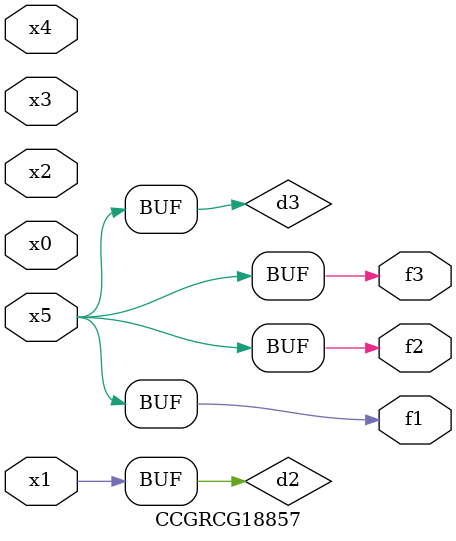
<source format=v>
module CCGRCG18857(
	input x0, x1, x2, x3, x4, x5,
	output f1, f2, f3
);

	wire d1, d2, d3;

	not (d1, x5);
	or (d2, x1);
	xnor (d3, d1);
	assign f1 = d3;
	assign f2 = d3;
	assign f3 = d3;
endmodule

</source>
